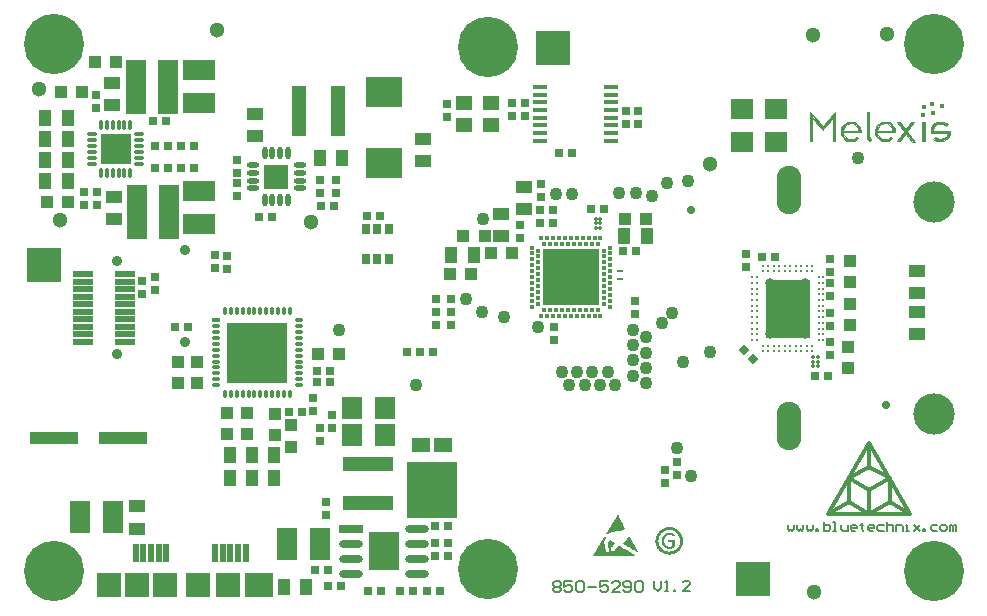
<source format=gts>
G04*
G04 #@! TF.GenerationSoftware,Altium Limited,Altium Designer,18.1.6 (161)*
G04*
G04 Layer_Color=8388736*
%FSLAX44Y44*%
%MOMM*%
G71*
G01*
G75*
%ADD11C,0.3000*%
%ADD12C,0.2000*%
%ADD69C,0.1016*%
%ADD70R,0.5000X0.2000*%
%ADD71R,3.0000X3.0000*%
%ADD72R,0.3302X0.3302*%
%ADD73R,2.5500X3.2500*%
%ADD74R,3.6958X5.0000*%
%ADD75R,0.7500X0.3500*%
%ADD76O,0.7500X0.3500*%
%ADD77O,0.3500X0.7500*%
%ADD78R,5.2000X5.2000*%
%ADD79R,0.7000X0.7000*%
%ADD80R,1.0000X1.1000*%
G04:AMPARAMS|DCode=81|XSize=0.4mm|YSize=0.4mm|CornerRadius=0.125mm|HoleSize=0mm|Usage=FLASHONLY|Rotation=90.000|XOffset=0mm|YOffset=0mm|HoleType=Round|Shape=RoundedRectangle|*
%AMROUNDEDRECTD81*
21,1,0.4000,0.1500,0,0,90.0*
21,1,0.1500,0.4000,0,0,90.0*
1,1,0.2500,0.0750,0.0750*
1,1,0.2500,0.0750,-0.0750*
1,1,0.2500,-0.0750,-0.0750*
1,1,0.2500,-0.0750,0.0750*
%
%ADD81ROUNDEDRECTD81*%
%ADD82R,4.7000X4.7000*%
%ADD83R,1.1000X1.0000*%
%ADD84R,1.4000X1.1000*%
%ADD85C,1.1000*%
%ADD86R,0.7000X0.7000*%
%ADD87R,1.1000X1.4000*%
%ADD88R,1.7000X1.9000*%
%ADD89C,0.3500*%
%ADD90R,1.3000X0.4000*%
%ADD91R,2.8000X1.7000*%
%ADD92R,1.7000X4.6000*%
%ADD93R,1.9000X1.7000*%
%ADD94R,1.3000X4.3000*%
%ADD95R,2.0500X2.0500*%
%ADD96O,0.4500X1.1000*%
%ADD97O,1.1000X0.4500*%
%ADD98R,2.5000X2.5000*%
%ADD99O,0.9000X0.3500*%
%ADD100O,0.3500X0.9000*%
%ADD101R,3.1000X2.5000*%
%ADD102R,1.4000X1.2000*%
%ADD103R,4.1000X1.1000*%
%ADD104R,1.5500X1.2500*%
%ADD105R,4.2500X4.7500*%
%ADD106R,1.7000X2.8000*%
%ADD107C,0.2800*%
%ADD108R,4.3000X1.3000*%
%ADD109R,2.0000X0.7000*%
%ADD110O,2.0000X0.7000*%
%ADD111R,0.7000X0.9000*%
%ADD112C,0.3000*%
%ADD113P,0.9900X4X360.0*%
%ADD114R,2.0000X2.0000*%
%ADD115R,0.5000X1.5000*%
%ADD116R,2.4000X2.0000*%
%ADD117R,1.7000X0.5000*%
%ADD118R,1.7000X0.5000*%
%ADD119C,3.5000*%
%ADD120C,0.9000*%
%ADD121C,1.3000*%
%ADD122C,0.8000*%
%ADD123C,5.1000*%
%ADD124C,0.7000*%
%ADD125O,2.1000X4.1000*%
%ADD126C,0.5500*%
G36*
X505490Y74962D02*
X505536Y74916D01*
X505582Y74824D01*
X505674Y74641D01*
X505811Y74366D01*
X505994Y74000D01*
X506223Y73541D01*
X506544Y72946D01*
X506911Y72167D01*
X507369Y71250D01*
X507644Y70746D01*
X507965Y70196D01*
X508285Y69555D01*
X508606Y68868D01*
X508973Y68180D01*
X509385Y67401D01*
X509843Y66531D01*
X510302Y65660D01*
X510760Y64698D01*
X511310Y63690D01*
Y63644D01*
X511264Y63552D01*
X511172Y63415D01*
X511035Y63232D01*
X510897Y62957D01*
X510622Y62727D01*
X510347Y62453D01*
X509981Y62178D01*
X509523Y61857D01*
X509019Y61582D01*
X508377Y61353D01*
X507644Y61124D01*
X506819Y60895D01*
X505903Y60757D01*
X504849Y60665D01*
X503657Y60620D01*
X503199D01*
X502878Y60574D01*
X502512Y60528D01*
X502054Y60482D01*
X501595Y60391D01*
X501046Y60299D01*
X499946Y59978D01*
X498800Y59520D01*
X498251Y59245D01*
X497747Y58924D01*
X497242Y58512D01*
X496830Y58054D01*
X496784Y58099D01*
X496647Y58191D01*
X496464Y58283D01*
X496234Y58466D01*
X495730Y58787D01*
X495547Y58970D01*
X495410Y59108D01*
X495455Y59153D01*
X495501Y59291D01*
X495639Y59474D01*
X495822Y59795D01*
X496051Y60116D01*
X496280Y60574D01*
X496601Y61032D01*
X496922Y61536D01*
X497288Y62132D01*
X497655Y62727D01*
X498480Y64056D01*
X499350Y65477D01*
X500267Y66943D01*
X501183Y68409D01*
X502054Y69876D01*
X502878Y71205D01*
X503612Y72396D01*
X503978Y72946D01*
X504253Y73450D01*
X504528Y73862D01*
X504757Y74229D01*
X504986Y74549D01*
X505124Y74779D01*
X505215Y74962D01*
X505261Y75008D01*
X505490D01*
Y74962D01*
D02*
G37*
G36*
X522215Y43162D02*
X522169D01*
X522124Y43116D01*
X522078Y43024D01*
X522032D01*
X521940Y43116D01*
X521803Y43208D01*
X521574Y43299D01*
X521299Y43482D01*
X520978Y43666D01*
X520199Y44078D01*
X519328Y44628D01*
X518275Y45224D01*
X517175Y45865D01*
X516029Y46507D01*
X514884Y47194D01*
X513784Y47835D01*
X512684Y48477D01*
X511676Y49073D01*
X510852Y49577D01*
X510439Y49852D01*
X510118Y50035D01*
X509843Y50218D01*
X509614Y50356D01*
X509431Y50493D01*
X509294Y50585D01*
Y50905D01*
X511493Y52693D01*
X511539Y52738D01*
X511676Y52876D01*
X511860Y53105D01*
X512089Y53426D01*
X512409Y53838D01*
X512776Y54342D01*
X513188Y54984D01*
X513601Y55671D01*
X515113Y56129D01*
X522215Y43162D01*
D02*
G37*
G36*
X493943Y56312D02*
X494081Y56267D01*
X494264Y56129D01*
X494493Y55992D01*
X494951Y55717D01*
X495135Y55579D01*
X495226Y55442D01*
X495181Y55350D01*
X495043Y55121D01*
X494860Y54755D01*
X494631Y54250D01*
X494402Y53655D01*
X494127Y53013D01*
X493898Y52326D01*
X493714Y51639D01*
Y51547D01*
Y51410D01*
Y51272D01*
X493760Y51043D01*
X493806Y50768D01*
Y50447D01*
X493898Y50127D01*
X493943Y49714D01*
X494035Y49256D01*
X494127Y48752D01*
X494264Y48202D01*
X494447Y47652D01*
X494585Y47011D01*
X495043Y45590D01*
X495410Y44170D01*
Y44124D01*
X495455Y44032D01*
X495501Y43849D01*
X495593Y43666D01*
X495776Y43345D01*
X495868Y43208D01*
X495959Y43162D01*
X496830Y42841D01*
X497288D01*
X497334Y42887D01*
X497472Y42933D01*
X497563Y43070D01*
X497701Y43253D01*
X497838Y43574D01*
X497930Y43987D01*
X497976Y44536D01*
Y44765D01*
Y44857D01*
Y45040D01*
X497930Y45361D01*
X497884Y45774D01*
X497747Y46186D01*
X497609Y46644D01*
X497380Y47056D01*
X497059Y47423D01*
Y47469D01*
X497105Y47606D01*
Y47790D01*
X497151Y48019D01*
X497197Y48523D01*
X497242Y48752D01*
Y48935D01*
Y49073D01*
Y49118D01*
Y49256D01*
X497197Y49439D01*
Y49714D01*
X497105Y50035D01*
X497013Y50402D01*
X496876Y50814D01*
X496693Y51272D01*
X496784Y51318D01*
X496968Y51501D01*
X497242Y51776D01*
X497563Y52097D01*
X497930Y52463D01*
X498205Y52876D01*
X498434Y53242D01*
X498571Y53563D01*
X498709D01*
X498800Y53471D01*
X498892Y53380D01*
X499075Y53242D01*
X499579Y52876D01*
X500175Y52418D01*
X500862Y51959D01*
X501550Y51547D01*
X502283Y51181D01*
X502970Y50905D01*
Y50768D01*
X502924Y50676D01*
X502787Y50539D01*
X502558Y50264D01*
X502374Y50081D01*
X502145Y49852D01*
X501870Y49531D01*
X501550Y49210D01*
X501183Y48844D01*
X500725Y48385D01*
X500221Y47881D01*
X499625Y47332D01*
Y47286D01*
X499579Y47194D01*
X499534Y47011D01*
X499442Y46827D01*
X499304Y46415D01*
X499259Y46232D01*
Y46048D01*
Y44674D01*
Y44628D01*
X499304Y44536D01*
X499350Y44490D01*
X499717Y43987D01*
X500083Y43712D01*
X500587D01*
X500771Y43757D01*
X501046Y43849D01*
X501366Y43987D01*
X501687Y44124D01*
X502008Y44307D01*
X502329Y44490D01*
X502512Y44765D01*
X503062Y45590D01*
Y45636D01*
X503108Y45682D01*
X503337Y45957D01*
X503612Y46369D01*
X504024Y46873D01*
X504482Y47377D01*
X505032Y47973D01*
X505674Y48477D01*
X506315Y48935D01*
X506361Y48889D01*
X506453Y48844D01*
X506682Y48706D01*
X506911Y48569D01*
X507231Y48385D01*
X507598Y48156D01*
X508010Y47881D01*
X508515Y47561D01*
X509568Y46919D01*
X510760Y46186D01*
X511997Y45407D01*
X513326Y44582D01*
X514609Y43757D01*
X515892Y42978D01*
X517083Y42245D01*
X518137Y41558D01*
X518595Y41283D01*
X519008Y41008D01*
X519420Y40779D01*
X519741Y40550D01*
X519970Y40367D01*
X520153Y40275D01*
X520291Y40183D01*
X520336Y40138D01*
Y40046D01*
X484183D01*
X484092Y40092D01*
X484000Y40138D01*
X483954Y40275D01*
X493806Y56358D01*
X493898D01*
X493943Y56312D01*
D02*
G37*
G36*
X549561Y64479D02*
X549996Y64431D01*
X550479Y64334D01*
X551010Y64237D01*
X551590Y64093D01*
X552266Y63899D01*
X552894Y63706D01*
X553619Y63416D01*
X554295Y63078D01*
X555020Y62691D01*
X555696Y62208D01*
X556373Y61725D01*
X557049Y61097D01*
X557097Y61049D01*
X557194Y60952D01*
X557387Y60759D01*
X557580Y60469D01*
X557822Y60131D01*
X558112Y59745D01*
X558450Y59310D01*
X558788Y58778D01*
X559078Y58199D01*
X559416Y57571D01*
X559706Y56894D01*
X559948Y56170D01*
X560141Y55348D01*
X560334Y54527D01*
X560431Y53706D01*
X560479Y52788D01*
Y52740D01*
Y52595D01*
Y52305D01*
X560431Y51967D01*
X560382Y51532D01*
X560286Y51049D01*
X560189Y50517D01*
X560044Y49889D01*
X559851Y49261D01*
X559658Y48585D01*
X559368Y47908D01*
X559030Y47184D01*
X558643Y46459D01*
X558160Y45783D01*
X557677Y45106D01*
X557049Y44430D01*
X557001Y44382D01*
X556904Y44285D01*
X556711Y44140D01*
X556421Y43899D01*
X556083Y43657D01*
X555696Y43367D01*
X555261Y43077D01*
X554730Y42739D01*
X554150Y42449D01*
X553522Y42111D01*
X552846Y41821D01*
X552121Y41580D01*
X551300Y41338D01*
X550479Y41193D01*
X549657Y41097D01*
X548740Y41048D01*
X548256D01*
X547918Y41097D01*
X547483Y41145D01*
X547000Y41241D01*
X546469Y41338D01*
X545889Y41483D01*
X545213Y41628D01*
X544585Y41870D01*
X543860Y42160D01*
X543184Y42498D01*
X542459Y42884D01*
X541783Y43319D01*
X541106Y43850D01*
X540430Y44430D01*
X540382Y44478D01*
X540285Y44575D01*
X540092Y44768D01*
X539899Y45058D01*
X539657Y45396D01*
X539367Y45783D01*
X539029Y46218D01*
X538739Y46749D01*
X538401Y47329D01*
X538063Y47957D01*
X537773Y48681D01*
X537531Y49406D01*
X537338Y50179D01*
X537145Y51000D01*
X537048Y51870D01*
X537000Y52788D01*
Y52836D01*
Y53029D01*
Y53271D01*
X537048Y53609D01*
X537097Y54044D01*
X537193Y54527D01*
X537290Y55058D01*
X537435Y55638D01*
X537628Y56315D01*
X537821Y56943D01*
X538111Y57667D01*
X538449Y58344D01*
X538836Y59068D01*
X539319Y59745D01*
X539850Y60421D01*
X540430Y61097D01*
X540478Y61146D01*
X540575Y61242D01*
X540768Y61435D01*
X541058Y61629D01*
X541396Y61870D01*
X541783Y62160D01*
X542218Y62498D01*
X542749Y62836D01*
X543329Y63126D01*
X543957Y63464D01*
X544633Y63754D01*
X545406Y63996D01*
X546179Y64189D01*
X547000Y64382D01*
X547822Y64479D01*
X548740Y64527D01*
X549223D01*
X549561Y64479D01*
D02*
G37*
%LPC*%
G36*
X548740Y61967D02*
X548353D01*
X548111Y61919D01*
X547773Y61870D01*
X547387Y61822D01*
X546517Y61629D01*
X545454Y61290D01*
X544392Y60807D01*
X543812Y60518D01*
X543280Y60179D01*
X542749Y59745D01*
X542218Y59261D01*
X542169Y59213D01*
X542121Y59117D01*
X541976Y58972D01*
X541783Y58778D01*
X541590Y58537D01*
X541396Y58199D01*
X541155Y57860D01*
X540913Y57426D01*
X540382Y56508D01*
X539995Y55397D01*
X539657Y54141D01*
X539609Y53464D01*
X539561Y52788D01*
Y52740D01*
Y52643D01*
Y52401D01*
X539609Y52160D01*
X539657Y51822D01*
X539705Y51435D01*
X539899Y50566D01*
X540188Y49503D01*
X540672Y48440D01*
X541010Y47860D01*
X541348Y47329D01*
X541735Y46797D01*
X542218Y46266D01*
X542266Y46218D01*
X542363Y46169D01*
X542507Y46024D01*
X542701Y45831D01*
X542942Y45638D01*
X543280Y45445D01*
X543619Y45203D01*
X544053Y44962D01*
X545020Y44430D01*
X546131Y44044D01*
X547387Y43705D01*
X548015Y43657D01*
X548740Y43609D01*
X549126D01*
X549368Y43657D01*
X549706Y43705D01*
X550092Y43754D01*
X550962Y43947D01*
X551976Y44237D01*
X553088Y44720D01*
X553619Y45058D01*
X554150Y45396D01*
X554682Y45783D01*
X555213Y46266D01*
X555261Y46314D01*
X555310Y46411D01*
X555455Y46556D01*
X555648Y46749D01*
X555841Y46990D01*
X556083Y47329D01*
X556324Y47667D01*
X556566Y48102D01*
X557049Y49068D01*
X557484Y50179D01*
X557822Y51435D01*
X557870Y52063D01*
X557919Y52788D01*
Y52836D01*
Y52933D01*
Y53174D01*
X557870Y53416D01*
X557822Y53754D01*
X557774Y54141D01*
X557580Y55010D01*
X557242Y56025D01*
X556759Y57087D01*
X556469Y57667D01*
X556131Y58199D01*
X555696Y58730D01*
X555213Y59261D01*
X555165Y59310D01*
X555117Y59358D01*
X554923Y59503D01*
X554730Y59696D01*
X554488Y59889D01*
X554150Y60131D01*
X553812Y60373D01*
X553426Y60614D01*
X552459Y61097D01*
X551348Y61532D01*
X550092Y61870D01*
X549464Y61919D01*
X548740Y61967D01*
D02*
G37*
%LPD*%
G36*
X549947Y59406D02*
X550479Y59310D01*
X550624D01*
X550914Y59261D01*
X551300Y59165D01*
X551735Y59020D01*
X551783D01*
X551831Y58972D01*
X552025Y58923D01*
X552314Y58778D01*
X552556Y58633D01*
X552604D01*
X552749Y58537D01*
X552894Y58440D01*
X553039Y58344D01*
X553088D01*
X553136Y58247D01*
X553232Y58005D01*
Y57957D01*
X553281Y57860D01*
Y57716D01*
Y57426D01*
Y57377D01*
Y57329D01*
X553232Y57039D01*
Y56991D01*
Y56943D01*
X553184Y56749D01*
Y56701D01*
X553088Y56604D01*
X553039D01*
X552943Y56556D01*
X552894D01*
X552846Y56604D01*
X552701Y56653D01*
X552508Y56749D01*
X552459Y56798D01*
X552314Y56894D01*
X552073Y56991D01*
X551735Y57136D01*
X551638Y57184D01*
X551397Y57281D01*
X551058Y57426D01*
X550575Y57522D01*
X550527D01*
X550479Y57571D01*
X550334D01*
X550140Y57619D01*
X549657Y57667D01*
X548981Y57716D01*
X548595D01*
X548353Y57667D01*
X547725Y57571D01*
X547049Y57329D01*
X547000D01*
X546904Y57281D01*
X546759Y57184D01*
X546566Y57087D01*
X546131Y56798D01*
X545648Y56363D01*
Y56315D01*
X545551Y56266D01*
X545454Y56121D01*
X545309Y55928D01*
X545020Y55445D01*
X544730Y54817D01*
Y54769D01*
X544681Y54672D01*
X544633Y54479D01*
X544585Y54237D01*
X544537Y53899D01*
X544488Y53561D01*
X544440Y52788D01*
Y52740D01*
Y52595D01*
Y52353D01*
X544488Y52063D01*
X544585Y51387D01*
X544778Y50662D01*
Y50614D01*
X544826Y50517D01*
X544923Y50324D01*
X545020Y50131D01*
X545309Y49599D01*
X545696Y49068D01*
X545744Y49020D01*
X545793Y48971D01*
X545938Y48875D01*
X546131Y48730D01*
X546566Y48391D01*
X547145Y48102D01*
X547194D01*
X547290Y48053D01*
X547483Y48005D01*
X547677Y47957D01*
X548256Y47860D01*
X548981Y47812D01*
X549368D01*
X549706Y47860D01*
X550140Y47957D01*
X550189D01*
X550237Y48005D01*
X550479Y48053D01*
X550817Y48198D01*
X551203Y48343D01*
Y51870D01*
X548160D01*
X548111Y51918D01*
X548063Y52015D01*
Y52063D01*
X548015Y52112D01*
X547966Y52305D01*
Y52353D01*
Y52401D01*
Y52691D01*
Y52740D01*
Y52788D01*
Y53029D01*
Y53078D01*
X548015Y53126D01*
Y53223D01*
X548063Y53271D01*
X548111Y53319D01*
X548160Y53416D01*
X548208Y53464D01*
X552798D01*
X552943Y53416D01*
X553088Y53319D01*
X553136Y53271D01*
X553184Y53174D01*
X553232Y53029D01*
X553281Y52740D01*
Y47667D01*
Y47619D01*
Y47522D01*
X553184Y47232D01*
Y47184D01*
X553136Y47136D01*
X553039Y47039D01*
X552846Y46990D01*
X552798Y46942D01*
X552604Y46894D01*
X552314Y46749D01*
X551976Y46604D01*
X551880D01*
X551687Y46507D01*
X551348Y46411D01*
X550962Y46314D01*
X550865D01*
X550672Y46266D01*
X550334Y46218D01*
X549947Y46121D01*
X549609D01*
X549271Y46073D01*
X548643D01*
X548353Y46121D01*
X547966D01*
X547532Y46169D01*
X547097Y46266D01*
X546131Y46556D01*
X546082D01*
X545938Y46652D01*
X545696Y46749D01*
X545406Y46894D01*
X544730Y47329D01*
X544005Y47860D01*
X543957Y47908D01*
X543860Y48005D01*
X543715Y48198D01*
X543522Y48440D01*
X543329Y48730D01*
X543087Y49116D01*
X542701Y49938D01*
Y49986D01*
X542652Y50131D01*
X542556Y50421D01*
X542507Y50759D01*
X542411Y51145D01*
X542314Y51628D01*
X542266Y52112D01*
Y52691D01*
Y52740D01*
Y52933D01*
X542314Y53223D01*
Y53609D01*
X542363Y54044D01*
X542459Y54479D01*
X542749Y55445D01*
X542797Y55493D01*
X542846Y55686D01*
X542942Y55928D01*
X543135Y56218D01*
X543570Y56894D01*
X544150Y57619D01*
X544198Y57667D01*
X544295Y57764D01*
X544488Y57957D01*
X544730Y58150D01*
X545020Y58344D01*
X545406Y58585D01*
X546227Y58972D01*
X546276D01*
X546421Y59068D01*
X546711Y59117D01*
X547049Y59213D01*
X547435Y59310D01*
X547918Y59358D01*
X548401Y59455D01*
X549464D01*
X549947Y59406D01*
D02*
G37*
D11*
X718000Y95500D02*
X735321Y105500D01*
X718000Y75500D02*
Y95500D01*
X700679Y105500D02*
X718000Y95500D01*
X700679Y85500D02*
X718000Y75500D01*
Y115500D02*
X735321Y105500D01*
X700679D02*
X718000Y115500D01*
X683359Y75500D02*
X700679Y85500D01*
X718000Y75500D02*
X735321Y85500D01*
X752641Y75500D01*
X718000Y115500D02*
Y135500D01*
X700679Y85500D02*
Y105500D01*
X735321Y85500D02*
Y105500D01*
X718000Y135500D02*
X752641Y75500D01*
X683359D02*
X752641D01*
X683359D02*
X718000Y135500D01*
D12*
X649000Y66332D02*
Y62333D01*
X650333Y61000D01*
X651666Y62333D01*
X652999Y61000D01*
X654332Y62333D01*
Y66332D01*
X656997D02*
Y62333D01*
X658330Y61000D01*
X659663Y62333D01*
X660996Y61000D01*
X662329Y62333D01*
Y66332D01*
X664995D02*
Y62333D01*
X666328Y61000D01*
X667661Y62333D01*
X668994Y61000D01*
X670326Y62333D01*
Y66332D01*
X672992Y61000D02*
Y62333D01*
X674325D01*
Y61000D01*
X672992D01*
X679657Y68997D02*
Y61000D01*
X683655D01*
X684988Y62333D01*
Y63666D01*
Y64999D01*
X683655Y66332D01*
X679657D01*
X687654Y61000D02*
X690320D01*
X688987D01*
Y68997D01*
X687654D01*
X694319Y66332D02*
Y62333D01*
X695652Y61000D01*
X699650D01*
Y66332D01*
X706315Y61000D02*
X703649D01*
X702316Y62333D01*
Y64999D01*
X703649Y66332D01*
X706315D01*
X707648Y64999D01*
Y63666D01*
X702316D01*
X711646Y67664D02*
Y66332D01*
X710314D01*
X712979D01*
X711646D01*
Y62333D01*
X712979Y61000D01*
X720977D02*
X718311D01*
X716978Y62333D01*
Y64999D01*
X718311Y66332D01*
X720977D01*
X722310Y64999D01*
Y63666D01*
X716978D01*
X730307Y66332D02*
X726308D01*
X724976Y64999D01*
Y62333D01*
X726308Y61000D01*
X730307D01*
X732973Y68997D02*
Y61000D01*
Y64999D01*
X734306Y66332D01*
X736972D01*
X738305Y64999D01*
Y61000D01*
X740970D02*
Y66332D01*
X744969D01*
X746302Y64999D01*
Y61000D01*
X748968D02*
X751634D01*
X750301D01*
Y66332D01*
X748968D01*
X755632D02*
X760964Y61000D01*
X758298Y63666D01*
X760964Y66332D01*
X755632Y61000D01*
X763630D02*
Y62333D01*
X764963D01*
Y61000D01*
X763630D01*
X775626Y66332D02*
X771627D01*
X770294Y64999D01*
Y62333D01*
X771627Y61000D01*
X775626D01*
X779625D02*
X782290D01*
X783623Y62333D01*
Y64999D01*
X782290Y66332D01*
X779625D01*
X778292Y64999D01*
Y62333D01*
X779625Y61000D01*
X786289D02*
Y66332D01*
X787622D01*
X788955Y64999D01*
Y61000D01*
Y64999D01*
X790288Y66332D01*
X791621Y64999D01*
Y61000D01*
X450000Y17331D02*
X451666Y18997D01*
X454998D01*
X456665Y17331D01*
Y15664D01*
X454998Y13998D01*
X456665Y12332D01*
Y10666D01*
X454998Y9000D01*
X451666D01*
X450000Y10666D01*
Y12332D01*
X451666Y13998D01*
X450000Y15664D01*
Y17331D01*
X451666Y13998D02*
X454998D01*
X466661Y18997D02*
X459997D01*
Y13998D01*
X463329Y15664D01*
X464995D01*
X466661Y13998D01*
Y10666D01*
X464995Y9000D01*
X461663D01*
X459997Y10666D01*
X469994Y17331D02*
X471660Y18997D01*
X474992D01*
X476658Y17331D01*
Y10666D01*
X474992Y9000D01*
X471660D01*
X469994Y10666D01*
Y17331D01*
X479990Y13998D02*
X486655D01*
X496652Y18997D02*
X489987D01*
Y13998D01*
X493319Y15664D01*
X494986D01*
X496652Y13998D01*
Y10666D01*
X494986Y9000D01*
X491653D01*
X489987Y10666D01*
X506648Y9000D02*
X499984D01*
X506648Y15664D01*
Y17331D01*
X504982Y18997D01*
X501650D01*
X499984Y17331D01*
X509981Y10666D02*
X511647Y9000D01*
X514979D01*
X516645Y10666D01*
Y17331D01*
X514979Y18997D01*
X511647D01*
X509981Y17331D01*
Y15664D01*
X511647Y13998D01*
X516645D01*
X519977Y17331D02*
X521644Y18997D01*
X524976D01*
X526642Y17331D01*
Y10666D01*
X524976Y9000D01*
X521644D01*
X519977Y10666D01*
Y17331D01*
X536000Y18997D02*
Y12999D01*
X538999Y10000D01*
X541998Y12999D01*
Y18997D01*
X544997Y10000D02*
X547996D01*
X546497D01*
Y18997D01*
X544997Y17498D01*
X552495Y10000D02*
Y11500D01*
X553994D01*
Y10000D01*
X552495D01*
X565990D02*
X559992D01*
X565990Y15998D01*
Y17498D01*
X564491Y18997D01*
X561492D01*
X559992Y17498D01*
D69*
X669120Y390856D02*
X669882D01*
Y410414D01*
X670390D01*
X670644Y410160D01*
X678518Y402794D01*
X687408Y410414D01*
X678772Y401016D02*
X687408Y410414D01*
X678518Y400508D02*
X678772Y401016D01*
X670390Y409652D02*
X678518Y400508D01*
X670390Y409652D02*
Y409906D01*
X669882Y410922D02*
X670390Y409906D01*
X669628Y410668D02*
X669882Y410922D01*
X669628Y410668D02*
X678518Y401270D01*
X687662Y411176D01*
Y391110D02*
Y411176D01*
Y391110D02*
X688170D01*
Y390856D02*
Y391110D01*
X687408Y390856D02*
X688170D01*
X687408D02*
Y412700D01*
X688170D01*
X678518Y402032D02*
X688170Y412700D01*
X669628Y411684D02*
X678518Y402032D01*
X669374Y411684D02*
X669628D01*
X669374D02*
Y412700D01*
X669628D01*
Y390856D02*
Y412700D01*
X668866Y390856D02*
X669628D01*
X668866D02*
Y391364D01*
X668104D02*
X668866D01*
X668104Y390856D02*
Y391364D01*
Y390856D02*
X668866D01*
Y413970D01*
X668612D02*
X668866D01*
X668612D02*
X678518Y403048D01*
X688170Y413716D01*
Y390856D02*
Y413716D01*
Y390856D02*
X688932D01*
Y415494D01*
X678518Y403810D02*
X688932Y415494D01*
X668104D02*
X678518Y403810D01*
X668104Y390856D02*
Y415494D01*
X723984Y396698D02*
X724238Y396444D01*
X725000Y395428D01*
X725508Y394666D01*
X726016Y394412D01*
X726778Y393650D01*
X727794Y392888D01*
X729064Y392380D01*
X730334Y392126D01*
X733128Y392380D01*
X735160Y393142D01*
X735922Y393904D01*
X736430Y393396D01*
X735922Y392888D02*
X736430Y393396D01*
X734906Y392380D02*
X735922Y392888D01*
X733890Y392126D02*
X734906Y392380D01*
X733128Y391618D02*
X733890Y392126D01*
X730080Y391618D02*
X733128D01*
X729318Y391872D02*
X730080Y391618D01*
X728302Y392126D02*
X729318Y391872D01*
X727032Y392888D02*
X728302Y392126D01*
X725508Y393904D02*
X727032Y392888D01*
X724746Y394920D02*
X725508Y393904D01*
X724492Y394920D02*
X724746D01*
X723984Y395682D02*
X724492Y394920D01*
X723984Y395682D02*
X725000Y395936D01*
X723984Y396698D02*
X725000Y395936D01*
X723476Y397460D02*
X723984Y396698D01*
X723476Y397460D02*
X723730Y397714D01*
X725000Y396444D01*
X724492Y397714D02*
X725000Y396444D01*
X723984Y398476D02*
X724492Y397714D01*
X723730Y400000D02*
X723984Y398476D01*
X723730Y400000D02*
Y401524D01*
X724238Y402540D01*
X724746Y403810D01*
X725508Y404826D01*
X726270Y405334D01*
X727286Y406350D01*
X728556Y406604D01*
X730080Y407112D01*
X733636D01*
X734144Y406604D01*
X735414Y406096D01*
X736176Y405334D01*
X737700Y404064D01*
X737954Y403556D01*
X738462Y402286D01*
X738970Y401270D01*
X739224Y400254D01*
X738970Y399492D02*
X739224Y400254D01*
X738462Y400000D02*
X738970Y399492D01*
X738462Y400000D02*
Y400508D01*
X738208Y401778D02*
X738462Y400508D01*
X737192Y403810D02*
X738208Y401778D01*
X736684Y404572D02*
X737192Y403810D01*
X735414Y405588D02*
X736684Y404572D01*
X734398Y406096D02*
X735414Y405588D01*
X733128Y406604D02*
X734398Y406096D01*
X731858Y406858D02*
X733128Y406604D01*
X730588Y406858D02*
X731858D01*
X729826Y406604D02*
X730588Y406858D01*
X728302Y406350D02*
X729826Y406604D01*
X727540Y405588D02*
X728302Y406350D01*
X726524Y405080D02*
X727540Y405588D01*
X726016Y404318D02*
X726524Y405080D01*
X725254Y403302D02*
X726016Y404318D01*
X724492Y401778D02*
X725254Y403302D01*
X724238Y400508D02*
X724492Y401778D01*
X724238Y400508D02*
X724492Y399492D01*
X725254Y398730D01*
X724746D02*
X725254D01*
X724746D02*
Y399238D01*
X737192D01*
X737446Y398984D01*
X738716D01*
X737954Y399492D02*
X738716Y398984D01*
X737446Y400000D02*
X737954Y399492D01*
X725000Y400000D02*
X737446D01*
X725000D02*
Y400508D01*
X725254Y401524D01*
X726524Y404064D01*
X727540Y404826D01*
X728302Y405588D01*
X729572Y405842D01*
X730588Y406096D01*
X732874D01*
X734906Y405080D01*
X735922Y404318D01*
X736684Y403556D01*
X737446Y402286D01*
X737700Y401016D01*
Y400000D02*
Y401016D01*
Y400000D02*
X738970Y399238D01*
X739732Y398476D01*
X725762D02*
X739732D01*
X725000Y398222D02*
X725762Y398476D01*
X725000Y397460D02*
Y398222D01*
Y397460D02*
X725254Y396444D01*
X725762Y395936D01*
X725254Y396190D02*
X725762Y395936D01*
X725254Y396190D02*
X727032Y394412D01*
X728048Y393650D01*
X728810Y393142D01*
X728556D02*
X728810D01*
X728556D02*
X729826Y392888D01*
X730842Y392634D01*
X732874D01*
X733890Y392888D01*
X734906Y393650D01*
X735922Y394666D01*
X737192Y393396D01*
X736684Y392888D02*
X737192Y393396D01*
X735922Y392380D02*
X736684Y392888D01*
X734652Y391618D02*
X735922Y392380D01*
X733128Y391110D02*
X734652Y391618D01*
X731858Y390856D02*
X733128Y391110D01*
X730334Y390856D02*
X731858D01*
X729064Y391110D02*
X730334Y390856D01*
X728048Y391618D02*
X729064Y391110D01*
X726778Y392380D02*
X728048Y391618D01*
X725254Y393396D02*
X726778Y392380D01*
X723730Y395174D02*
X725254Y393396D01*
X723222Y396698D02*
X723730Y395174D01*
X722968Y397714D02*
X723222Y396698D01*
X722968Y397714D02*
Y400762D01*
X723476Y402540D01*
X723984Y403810D01*
X725000Y405080D01*
X727032Y406604D01*
X728048Y407112D01*
X729318Y407366D01*
X730334Y407620D01*
X733382D01*
X734906Y407112D01*
X736176Y406350D01*
X738462Y404064D01*
X738970Y403048D01*
X739478Y401778D01*
X739732Y400254D01*
Y398476D02*
Y400254D01*
X695028Y396698D02*
X695282Y396444D01*
X696044Y395428D01*
X696552Y394666D01*
X697060Y394412D01*
X697822Y393650D01*
X698838Y392888D01*
X700108Y392380D01*
X701378Y392126D01*
X704172Y392380D01*
X706204Y393142D01*
X706966Y393904D01*
X707474Y393396D01*
X706966Y392888D02*
X707474Y393396D01*
X705950Y392380D02*
X706966Y392888D01*
X704934Y392126D02*
X705950Y392380D01*
X704172Y391618D02*
X704934Y392126D01*
X701124Y391618D02*
X704172D01*
X700362Y391872D02*
X701124Y391618D01*
X699346Y392126D02*
X700362Y391872D01*
X698076Y392888D02*
X699346Y392126D01*
X696552Y393904D02*
X698076Y392888D01*
X695790Y394920D02*
X696552Y393904D01*
X695536Y394920D02*
X695790D01*
X695028Y395682D02*
X695536Y394920D01*
X695028Y395682D02*
X696044Y395936D01*
X695028Y396698D02*
X696044Y395936D01*
X694520Y397460D02*
X695028Y396698D01*
X694520Y397460D02*
X694774Y397714D01*
X696044Y396444D01*
X695536Y397714D02*
X696044Y396444D01*
X695028Y398476D02*
X695536Y397714D01*
X694774Y400000D02*
X695028Y398476D01*
X694774Y400000D02*
Y401524D01*
X695282Y402540D01*
X695790Y403810D01*
X696552Y404826D01*
X697314Y405334D01*
X698330Y406350D01*
X699600Y406604D01*
X701124Y407112D01*
X704680D01*
X705188Y406604D01*
X706458Y406096D01*
X707220Y405334D01*
X708744Y404064D01*
X708998Y403556D01*
X709506Y402286D01*
X710014Y401270D01*
X710268Y400254D01*
X710014Y399492D02*
X710268Y400254D01*
X709506Y400000D02*
X710014Y399492D01*
X709506Y400000D02*
Y400508D01*
X709252Y401778D02*
X709506Y400508D01*
X708236Y403810D02*
X709252Y401778D01*
X707728Y404572D02*
X708236Y403810D01*
X706458Y405588D02*
X707728Y404572D01*
X705442Y406096D02*
X706458Y405588D01*
X704172Y406604D02*
X705442Y406096D01*
X702902Y406858D02*
X704172Y406604D01*
X701632Y406858D02*
X702902D01*
X700870Y406604D02*
X701632Y406858D01*
X699346Y406350D02*
X700870Y406604D01*
X698584Y405588D02*
X699346Y406350D01*
X697568Y405080D02*
X698584Y405588D01*
X697060Y404318D02*
X697568Y405080D01*
X696298Y403302D02*
X697060Y404318D01*
X695536Y401778D02*
X696298Y403302D01*
X695282Y400508D02*
X695536Y401778D01*
X695282Y400508D02*
X695536Y399492D01*
X696298Y398730D01*
X695790D02*
X696298D01*
X695790D02*
Y399238D01*
X708236D01*
X708490Y398984D01*
X709760D01*
X708998Y399492D02*
X709760Y398984D01*
X708490Y400000D02*
X708998Y399492D01*
X696044Y400000D02*
X708490D01*
X696044D02*
Y400508D01*
X696298Y401524D01*
X697568Y404064D01*
X698584Y404826D01*
X699346Y405588D01*
X700616Y405842D01*
X701632Y406096D01*
X703918D01*
X705950Y405080D01*
X706966Y404318D01*
X707728Y403556D01*
X708490Y402286D01*
X708744Y401016D01*
Y400000D02*
Y401016D01*
Y400000D02*
X710014Y399238D01*
X710776Y398476D01*
X696806D02*
X710776D01*
X696044Y398222D02*
X696806Y398476D01*
X696044Y397460D02*
Y398222D01*
Y397460D02*
X696298Y396444D01*
X696806Y395936D01*
X696298Y396190D02*
X696806Y395936D01*
X696298Y396190D02*
X698076Y394412D01*
X699092Y393650D01*
X699854Y393142D01*
X699600D02*
X699854D01*
X699600D02*
X700870Y392888D01*
X701886Y392634D01*
X703918D01*
X704934Y392888D01*
X705950Y393650D01*
X706966Y394666D01*
X708236Y393396D01*
X707728Y392888D02*
X708236Y393396D01*
X706966Y392380D02*
X707728Y392888D01*
X705696Y391618D02*
X706966Y392380D01*
X704172Y391110D02*
X705696Y391618D01*
X702902Y390856D02*
X704172Y391110D01*
X701378Y390856D02*
X702902D01*
X700108Y391110D02*
X701378Y390856D01*
X699092Y391618D02*
X700108Y391110D01*
X697822Y392380D02*
X699092Y391618D01*
X696298Y393396D02*
X697822Y392380D01*
X694774Y395174D02*
X696298Y393396D01*
X694266Y396698D02*
X694774Y395174D01*
X694012Y397714D02*
X694266Y396698D01*
X694012Y397714D02*
Y400762D01*
X694520Y402540D01*
X695028Y403810D01*
X696044Y405080D01*
X698076Y406604D01*
X699092Y407112D01*
X700362Y407366D01*
X701378Y407620D01*
X704426D01*
X705950Y407112D01*
X707220Y406350D01*
X709506Y404064D01*
X710014Y403048D01*
X710522Y401778D01*
X710776Y400254D01*
Y398476D02*
Y400254D01*
X717888Y392126D02*
X718142Y391618D01*
X717380Y392888D02*
X717888Y392126D01*
X716872Y393904D02*
X717380Y392888D01*
X716364Y394666D02*
X716872Y393904D01*
X716364Y394666D02*
Y415240D01*
X716872D01*
Y395428D02*
Y415240D01*
Y395428D02*
X717126Y394666D01*
X717634Y393650D01*
X718650Y392126D01*
X719158Y392634D01*
X719412Y392126D01*
X717888Y391110D02*
X719412Y392126D01*
X716872Y392380D02*
X717888Y391110D01*
X716110Y393650D02*
X716872Y392380D01*
X715856Y394666D02*
X716110Y393650D01*
X715856Y394666D02*
Y416002D01*
X717634D01*
Y395428D02*
Y416002D01*
Y395428D02*
X718396Y393904D01*
X719412Y392126D01*
X743288Y391364D02*
X755226Y407366D01*
X754464D02*
X755226D01*
X742526Y391364D02*
X754464Y407366D01*
X741510Y390856D02*
X742526Y391364D01*
X741510Y390856D02*
X743796D01*
X755988Y407620D01*
X753702D02*
X755988D01*
X741510Y390856D02*
X753702Y407620D01*
X743288Y407366D02*
X755734Y390856D01*
X754718Y391110D02*
X755734Y390856D01*
X742780Y407112D02*
X754718Y391110D01*
X741510Y407620D02*
X742780Y407112D01*
X741510Y407620D02*
X743796D01*
X756496Y390602D01*
X754210D02*
X756496D01*
X741510Y407620D02*
X754210Y390602D01*
X763862Y391110D02*
Y407366D01*
X763100Y391110D02*
X763862D01*
X763100Y390856D02*
Y391110D01*
Y390856D02*
X764624D01*
Y407620D01*
X763100D02*
X764624D01*
X763100Y390856D02*
Y407620D01*
X770720Y398984D02*
X784182D01*
X785706Y398730D01*
X785198Y399238D02*
X785706Y398730D01*
X784944Y398476D02*
X785198Y399238D01*
X784944Y397206D02*
Y398476D01*
X784182Y395428D02*
X784944Y397206D01*
X783674Y394666D02*
X784182Y395428D01*
X783674Y394666D02*
X784436D01*
X784690Y396444D01*
X784436Y395682D02*
X784690Y396444D01*
X783928Y394920D02*
X784436Y395682D01*
X782912Y394158D02*
X783928Y394920D01*
X781642Y393396D02*
X782912Y394158D01*
X780372Y392888D02*
X781642Y393396D01*
X777832Y392380D02*
X780372Y392888D01*
X776054Y392634D02*
X777832Y392380D01*
X774276Y393904D02*
X776054Y392634D01*
X774276Y393904D02*
X774784Y393142D01*
X774022Y393904D02*
X774784Y393142D01*
X773514Y394158D02*
X774022Y393904D01*
X773514Y393142D02*
Y394158D01*
Y393142D02*
X775546Y392126D01*
X777832Y391618D01*
X779610Y391872D01*
X782150Y392634D01*
X783928Y393904D01*
X785198Y395682D01*
X786214Y398222D01*
X785960Y398730D02*
X786214Y398222D01*
X785706Y397968D02*
X785960Y398730D01*
X785452Y396190D02*
X785706Y397968D01*
X785452Y396190D02*
X785706Y397206D01*
X785452Y397968D02*
X785706Y397206D01*
X785452Y397968D02*
X785960Y398730D01*
X786214Y399492D01*
X772244D02*
X786214D01*
X771736Y398984D02*
X772244Y399492D01*
X771736Y398984D02*
Y400254D01*
X770974Y398730D02*
X771736Y400254D01*
X770974Y398730D02*
X771228Y400000D01*
X771482Y401016D01*
X771736Y402286D01*
Y401270D02*
Y402286D01*
X771228Y401778D02*
X771736Y401270D01*
X771228Y401778D02*
X771736Y402794D01*
X772752Y403810D01*
X773768Y404572D01*
X772752Y403556D02*
X773768Y404572D01*
X771990Y403302D02*
X772752Y403556D01*
X771990Y403302D02*
X772752Y404572D01*
X773768Y404826D01*
X775546Y406096D01*
X778086Y406604D01*
X780372Y406350D01*
X781388Y406096D01*
X782658Y405334D01*
X783420Y404826D01*
X783928Y405334D01*
X783166Y405842D02*
X783928Y405334D01*
X782150Y406350D02*
X783166Y405842D01*
X780118Y406858D02*
X782150Y406350D01*
X775800Y406858D02*
X780118D01*
X773260Y405334D02*
X775800Y406858D01*
X772244Y404826D02*
X773260Y405334D01*
X771228Y403302D02*
X772244Y404826D01*
X770720Y400762D02*
X771228Y403302D01*
X770466Y398984D02*
X770720Y400762D01*
X769958Y398222D02*
X770466Y398984D01*
X769958Y398222D02*
X784182D01*
Y396698D02*
Y398222D01*
X783674Y395682D02*
X784182Y396698D01*
X783166Y394920D02*
X783674Y395682D01*
X782404Y394412D02*
X783166Y394920D01*
X781388Y393904D02*
X782404Y394412D01*
X780118Y393396D02*
X781388Y393904D01*
X779102Y393142D02*
X780118Y393396D01*
X777070Y393142D02*
X779102D01*
X775800Y393650D02*
X777070Y393142D01*
X774530Y394412D02*
X775800Y393650D01*
X773768Y394920D02*
X774530Y394412D01*
X772244Y393142D02*
X773768Y394920D01*
X772244Y393142D02*
X773260Y392380D01*
X775292Y391618D01*
X776816Y391110D01*
X779610D01*
X781134Y391618D01*
X783420Y392634D01*
X784690Y393904D01*
X785960Y395428D01*
X786468Y397206D01*
Y400000D01*
X772244D02*
X786468D01*
X772244D02*
Y401270D01*
X772498Y402286D01*
X773260Y403556D01*
X774530Y404826D01*
X775800Y405334D01*
X776816Y405842D01*
X779610D01*
X780626Y405588D01*
X781896Y405080D01*
X783420Y404064D01*
X784690Y405334D01*
X783674Y406096D02*
X784690Y405334D01*
X782404Y406858D02*
X783674Y406096D01*
X780880Y407366D02*
X782404Y406858D01*
X779610Y407620D02*
X780880Y407366D01*
X776816Y407620D02*
X779610D01*
X775546Y407366D02*
X776816Y407620D01*
X773514Y406350D02*
X775546Y407366D01*
X772244Y405334D02*
X773514Y406350D01*
X771228Y404318D02*
X772244Y405334D01*
X770466Y402794D02*
X771228Y404318D01*
X769958Y400254D02*
X770466Y402794D01*
X769958Y398222D02*
Y400254D01*
X667850Y415748D02*
X668104Y415494D01*
X667850Y390856D02*
Y415748D01*
Y390856D02*
X668612D01*
X689186Y415748D02*
X689440D01*
Y390856D02*
Y415748D01*
X688170Y390856D02*
X689440D01*
X763862D02*
X764878D01*
Y407620D01*
X762846D02*
X764878D01*
X762846Y390856D02*
Y407620D01*
Y390856D02*
X763354D01*
X716872Y395428D02*
Y415240D01*
X724492Y397714D02*
X725000Y396444D01*
X715856Y394666D02*
Y416002D01*
X716364Y394666D02*
Y415240D01*
X762846Y390856D02*
X763354D01*
X762846D02*
Y407620D01*
X764878D01*
Y390856D02*
Y407620D01*
X763862Y390856D02*
X764878D01*
X688170D02*
X689440D01*
Y415748D01*
X689186D02*
X689440D01*
X667850Y390856D02*
X668612D01*
X667850D02*
Y415748D01*
X668104Y415494D01*
X769958Y398222D02*
Y400254D01*
X770466Y402794D01*
X771228Y404318D01*
X772244Y405334D01*
X773514Y406350D01*
X775546Y407366D01*
X776816Y407620D01*
X779610D01*
X780880Y407366D01*
X782404Y406858D01*
X783674Y406096D01*
X784690Y405334D01*
X783420Y404064D02*
X784690Y405334D01*
X781896Y405080D02*
X783420Y404064D01*
X780626Y405588D02*
X781896Y405080D01*
X779610Y405842D02*
X780626Y405588D01*
X776816Y405842D02*
X779610D01*
X775800Y405334D02*
X776816Y405842D01*
X774530Y404826D02*
X775800Y405334D01*
X773260Y403556D02*
X774530Y404826D01*
X772498Y402286D02*
X773260Y403556D01*
X772244Y401270D02*
X772498Y402286D01*
X772244Y400000D02*
Y401270D01*
Y400000D02*
X786468D01*
Y397206D02*
Y400000D01*
X785960Y395428D02*
X786468Y397206D01*
X784690Y393904D02*
X785960Y395428D01*
X783420Y392634D02*
X784690Y393904D01*
X781134Y391618D02*
X783420Y392634D01*
X779610Y391110D02*
X781134Y391618D01*
X776816Y391110D02*
X779610D01*
X775292Y391618D02*
X776816Y391110D01*
X773260Y392380D02*
X775292Y391618D01*
X772244Y393142D02*
X773260Y392380D01*
X772244Y393142D02*
X773768Y394920D01*
X774530Y394412D01*
X775800Y393650D01*
X777070Y393142D01*
X779102D01*
X780118Y393396D01*
X781388Y393904D01*
X782404Y394412D01*
X783166Y394920D01*
X783674Y395682D01*
X784182Y396698D01*
Y398222D01*
X769958D02*
X784182D01*
X769958D02*
X770466Y398984D01*
X770720Y400762D01*
X771228Y403302D01*
X772244Y404826D01*
X773260Y405334D01*
X775800Y406858D01*
X780118D01*
X782150Y406350D01*
X783166Y405842D01*
X783928Y405334D01*
X783420Y404826D02*
X783928Y405334D01*
X782658D02*
X783420Y404826D01*
X781388Y406096D02*
X782658Y405334D01*
X780372Y406350D02*
X781388Y406096D01*
X778086Y406604D02*
X780372Y406350D01*
X775546Y406096D02*
X778086Y406604D01*
X773768Y404826D02*
X775546Y406096D01*
X772752Y404572D02*
X773768Y404826D01*
X771990Y403302D02*
X772752Y404572D01*
X771990Y403302D02*
X772752Y403556D01*
X773768Y404572D01*
X772752Y403810D02*
X773768Y404572D01*
X771736Y402794D02*
X772752Y403810D01*
X771228Y401778D02*
X771736Y402794D01*
X771228Y401778D02*
X771736Y401270D01*
Y402286D01*
X771482Y401016D02*
X771736Y402286D01*
X771228Y400000D02*
X771482Y401016D01*
X770974Y398730D02*
X771228Y400000D01*
X770974Y398730D02*
X771736Y400254D01*
Y398984D02*
Y400254D01*
Y398984D02*
X772244Y399492D01*
X786214D01*
X785960Y398730D02*
X786214Y399492D01*
X785452Y397968D02*
X785960Y398730D01*
X785452Y397968D02*
X785706Y397206D01*
X785452Y396190D02*
X785706Y397206D01*
X785452Y396190D02*
X785706Y397968D01*
X785960Y398730D01*
X786214Y398222D01*
X785198Y395682D02*
X786214Y398222D01*
X783928Y393904D02*
X785198Y395682D01*
X782150Y392634D02*
X783928Y393904D01*
X779610Y391872D02*
X782150Y392634D01*
X777832Y391618D02*
X779610Y391872D01*
X775546Y392126D02*
X777832Y391618D01*
X773514Y393142D02*
X775546Y392126D01*
X773514Y393142D02*
Y394158D01*
X774022Y393904D01*
X774784Y393142D01*
X774276Y393904D02*
X774784Y393142D01*
X774276Y393904D02*
X776054Y392634D01*
X777832Y392380D01*
X780372Y392888D01*
X781642Y393396D01*
X782912Y394158D01*
X783928Y394920D01*
X784436Y395682D01*
X784690Y396444D01*
X784436Y394666D02*
X784690Y396444D01*
X783674Y394666D02*
X784436D01*
X783674D02*
X784182Y395428D01*
X784944Y397206D01*
Y398476D01*
X785198Y399238D01*
X785706Y398730D01*
X784182Y398984D02*
X785706Y398730D01*
X770720Y398984D02*
X784182D01*
X763100Y390856D02*
Y407620D01*
X764624D01*
Y390856D02*
Y407620D01*
X763100Y390856D02*
X764624D01*
X763100D02*
Y391110D01*
X763862D01*
Y407366D01*
X741510Y407620D02*
X754210Y390602D01*
X756496D01*
X743796Y407620D02*
X756496Y390602D01*
X741510Y407620D02*
X743796D01*
X741510D02*
X742780Y407112D01*
X754718Y391110D01*
X755734Y390856D01*
X743288Y407366D02*
X755734Y390856D01*
X741510D02*
X753702Y407620D01*
X755988D01*
X743796Y390856D02*
X755988Y407620D01*
X741510Y390856D02*
X743796D01*
X741510D02*
X742526Y391364D01*
X754464Y407366D01*
X755226D01*
X743288Y391364D02*
X755226Y407366D01*
X718396Y393904D02*
X719412Y392126D01*
X717634Y395428D02*
X718396Y393904D01*
X717634Y395428D02*
Y416002D01*
X715856D02*
X717634D01*
X715856Y394666D02*
X716110Y393650D01*
X716872Y392380D01*
X717888Y391110D01*
X719412Y392126D01*
X719158Y392634D02*
X719412Y392126D01*
X718650D02*
X719158Y392634D01*
X717634Y393650D02*
X718650Y392126D01*
X717126Y394666D02*
X717634Y393650D01*
X716872Y395428D02*
X717126Y394666D01*
X716364Y415240D02*
X716872D01*
X716364Y394666D02*
X716872Y393904D01*
X717380Y392888D01*
X717888Y392126D01*
X718142Y391618D01*
X710776Y398476D02*
Y400254D01*
X710522Y401778D02*
X710776Y400254D01*
X710014Y403048D02*
X710522Y401778D01*
X709506Y404064D02*
X710014Y403048D01*
X707220Y406350D02*
X709506Y404064D01*
X705950Y407112D02*
X707220Y406350D01*
X704426Y407620D02*
X705950Y407112D01*
X701378Y407620D02*
X704426D01*
X700362Y407366D02*
X701378Y407620D01*
X699092Y407112D02*
X700362Y407366D01*
X698076Y406604D02*
X699092Y407112D01*
X696044Y405080D02*
X698076Y406604D01*
X695028Y403810D02*
X696044Y405080D01*
X694520Y402540D02*
X695028Y403810D01*
X694012Y400762D02*
X694520Y402540D01*
X694012Y397714D02*
Y400762D01*
Y397714D02*
X694266Y396698D01*
X694774Y395174D01*
X696298Y393396D01*
X697822Y392380D01*
X699092Y391618D01*
X700108Y391110D01*
X701378Y390856D01*
X702902D01*
X704172Y391110D01*
X705696Y391618D01*
X706966Y392380D01*
X707728Y392888D01*
X708236Y393396D01*
X706966Y394666D02*
X708236Y393396D01*
X705950Y393650D02*
X706966Y394666D01*
X704934Y392888D02*
X705950Y393650D01*
X703918Y392634D02*
X704934Y392888D01*
X701886Y392634D02*
X703918D01*
X700870Y392888D02*
X701886Y392634D01*
X699600Y393142D02*
X700870Y392888D01*
X699600Y393142D02*
X699854D01*
X699092Y393650D02*
X699854Y393142D01*
X698076Y394412D02*
X699092Y393650D01*
X696298Y396190D02*
X698076Y394412D01*
X696298Y396190D02*
X696806Y395936D01*
X696298Y396444D02*
X696806Y395936D01*
X696044Y397460D02*
X696298Y396444D01*
X696044Y397460D02*
Y398222D01*
X696806Y398476D01*
X710776D01*
X710014Y399238D02*
X710776Y398476D01*
X708744Y400000D02*
X710014Y399238D01*
X708744Y400000D02*
Y401016D01*
X708490Y402286D02*
X708744Y401016D01*
X707728Y403556D02*
X708490Y402286D01*
X706966Y404318D02*
X707728Y403556D01*
X705950Y405080D02*
X706966Y404318D01*
X703918Y406096D02*
X705950Y405080D01*
X701632Y406096D02*
X703918D01*
X700616Y405842D02*
X701632Y406096D01*
X699346Y405588D02*
X700616Y405842D01*
X698584Y404826D02*
X699346Y405588D01*
X697568Y404064D02*
X698584Y404826D01*
X696298Y401524D02*
X697568Y404064D01*
X696044Y400508D02*
X696298Y401524D01*
X696044Y400000D02*
Y400508D01*
Y400000D02*
X708490D01*
X708998Y399492D01*
X709760Y398984D01*
X708490D02*
X709760D01*
X708236Y399238D02*
X708490Y398984D01*
X695790Y399238D02*
X708236D01*
X695790Y398730D02*
Y399238D01*
Y398730D02*
X696298D01*
X695536Y399492D02*
X696298Y398730D01*
X695282Y400508D02*
X695536Y399492D01*
X695282Y400508D02*
X695536Y401778D01*
X696298Y403302D01*
X697060Y404318D01*
X697568Y405080D01*
X698584Y405588D01*
X699346Y406350D01*
X700870Y406604D01*
X701632Y406858D01*
X702902D01*
X704172Y406604D01*
X705442Y406096D01*
X706458Y405588D01*
X707728Y404572D01*
X708236Y403810D01*
X709252Y401778D01*
X709506Y400508D01*
Y400000D02*
Y400508D01*
Y400000D02*
X710014Y399492D01*
X710268Y400254D01*
X710014Y401270D02*
X710268Y400254D01*
X709506Y402286D02*
X710014Y401270D01*
X708998Y403556D02*
X709506Y402286D01*
X708744Y404064D02*
X708998Y403556D01*
X707220Y405334D02*
X708744Y404064D01*
X706458Y406096D02*
X707220Y405334D01*
X705188Y406604D02*
X706458Y406096D01*
X704680Y407112D02*
X705188Y406604D01*
X701124Y407112D02*
X704680D01*
X699600Y406604D02*
X701124Y407112D01*
X698330Y406350D02*
X699600Y406604D01*
X697314Y405334D02*
X698330Y406350D01*
X696552Y404826D02*
X697314Y405334D01*
X695790Y403810D02*
X696552Y404826D01*
X695282Y402540D02*
X695790Y403810D01*
X694774Y401524D02*
X695282Y402540D01*
X694774Y400000D02*
Y401524D01*
Y400000D02*
X695028Y398476D01*
X695536Y397714D01*
X696044Y396444D01*
X694774Y397714D02*
X696044Y396444D01*
X694520Y397460D02*
X694774Y397714D01*
X694520Y397460D02*
X695028Y396698D01*
X696044Y395936D01*
X695028Y395682D02*
X696044Y395936D01*
X695028Y395682D02*
X695536Y394920D01*
X695790D01*
X696552Y393904D01*
X698076Y392888D01*
X699346Y392126D01*
X700362Y391872D01*
X701124Y391618D01*
X704172D01*
X704934Y392126D01*
X705950Y392380D01*
X706966Y392888D01*
X707474Y393396D01*
X706966Y393904D02*
X707474Y393396D01*
X706204Y393142D02*
X706966Y393904D01*
X704172Y392380D02*
X706204Y393142D01*
X701378Y392126D02*
X704172Y392380D01*
X700108D02*
X701378Y392126D01*
X698838Y392888D02*
X700108Y392380D01*
X697822Y393650D02*
X698838Y392888D01*
X697060Y394412D02*
X697822Y393650D01*
X696552Y394666D02*
X697060Y394412D01*
X696044Y395428D02*
X696552Y394666D01*
X695282Y396444D02*
X696044Y395428D01*
X695028Y396698D02*
X695282Y396444D01*
X739732Y398476D02*
Y400254D01*
X739478Y401778D02*
X739732Y400254D01*
X738970Y403048D02*
X739478Y401778D01*
X738462Y404064D02*
X738970Y403048D01*
X736176Y406350D02*
X738462Y404064D01*
X734906Y407112D02*
X736176Y406350D01*
X733382Y407620D02*
X734906Y407112D01*
X730334Y407620D02*
X733382D01*
X729318Y407366D02*
X730334Y407620D01*
X728048Y407112D02*
X729318Y407366D01*
X727032Y406604D02*
X728048Y407112D01*
X725000Y405080D02*
X727032Y406604D01*
X723984Y403810D02*
X725000Y405080D01*
X723476Y402540D02*
X723984Y403810D01*
X722968Y400762D02*
X723476Y402540D01*
X722968Y397714D02*
Y400762D01*
Y397714D02*
X723222Y396698D01*
X723730Y395174D01*
X725254Y393396D01*
X726778Y392380D01*
X728048Y391618D01*
X729064Y391110D01*
X730334Y390856D01*
X731858D01*
X733128Y391110D01*
X734652Y391618D01*
X735922Y392380D01*
X736684Y392888D01*
X737192Y393396D01*
X735922Y394666D02*
X737192Y393396D01*
X734906Y393650D02*
X735922Y394666D01*
X733890Y392888D02*
X734906Y393650D01*
X732874Y392634D02*
X733890Y392888D01*
X730842Y392634D02*
X732874D01*
X729826Y392888D02*
X730842Y392634D01*
X728556Y393142D02*
X729826Y392888D01*
X728556Y393142D02*
X728810D01*
X728048Y393650D02*
X728810Y393142D01*
X727032Y394412D02*
X728048Y393650D01*
X725254Y396190D02*
X727032Y394412D01*
X725254Y396190D02*
X725762Y395936D01*
X725254Y396444D02*
X725762Y395936D01*
X725000Y397460D02*
X725254Y396444D01*
X725000Y397460D02*
Y398222D01*
X725762Y398476D01*
X739732D01*
X738970Y399238D02*
X739732Y398476D01*
X737700Y400000D02*
X738970Y399238D01*
X737700Y400000D02*
Y401016D01*
X737446Y402286D02*
X737700Y401016D01*
X736684Y403556D02*
X737446Y402286D01*
X735922Y404318D02*
X736684Y403556D01*
X734906Y405080D02*
X735922Y404318D01*
X732874Y406096D02*
X734906Y405080D01*
X730588Y406096D02*
X732874D01*
X729572Y405842D02*
X730588Y406096D01*
X728302Y405588D02*
X729572Y405842D01*
X727540Y404826D02*
X728302Y405588D01*
X726524Y404064D02*
X727540Y404826D01*
X725254Y401524D02*
X726524Y404064D01*
X725000Y400508D02*
X725254Y401524D01*
X725000Y400000D02*
Y400508D01*
Y400000D02*
X737446D01*
X737954Y399492D01*
X738716Y398984D01*
X737446D02*
X738716D01*
X737192Y399238D02*
X737446Y398984D01*
X724746Y399238D02*
X737192D01*
X724746Y398730D02*
Y399238D01*
Y398730D02*
X725254D01*
X724492Y399492D02*
X725254Y398730D01*
X724238Y400508D02*
X724492Y399492D01*
X724238Y400508D02*
X724492Y401778D01*
X725254Y403302D01*
X726016Y404318D01*
X726524Y405080D01*
X727540Y405588D01*
X728302Y406350D01*
X729826Y406604D01*
X730588Y406858D01*
X731858D01*
X733128Y406604D01*
X734398Y406096D01*
X735414Y405588D01*
X736684Y404572D01*
X737192Y403810D01*
X738208Y401778D01*
X738462Y400508D01*
Y400000D02*
Y400508D01*
Y400000D02*
X738970Y399492D01*
X739224Y400254D01*
X738970Y401270D02*
X739224Y400254D01*
X738462Y402286D02*
X738970Y401270D01*
X737954Y403556D02*
X738462Y402286D01*
X737700Y404064D02*
X737954Y403556D01*
X736176Y405334D02*
X737700Y404064D01*
X735414Y406096D02*
X736176Y405334D01*
X734144Y406604D02*
X735414Y406096D01*
X733636Y407112D02*
X734144Y406604D01*
X730080Y407112D02*
X733636D01*
X728556Y406604D02*
X730080Y407112D01*
X727286Y406350D02*
X728556Y406604D01*
X726270Y405334D02*
X727286Y406350D01*
X725508Y404826D02*
X726270Y405334D01*
X724746Y403810D02*
X725508Y404826D01*
X724238Y402540D02*
X724746Y403810D01*
X723730Y401524D02*
X724238Y402540D01*
X723730Y400000D02*
Y401524D01*
Y400000D02*
X723984Y398476D01*
X724492Y397714D01*
X723730D02*
X725000Y396444D01*
X723476Y397460D02*
X723730Y397714D01*
X723476Y397460D02*
X723984Y396698D01*
X725000Y395936D01*
X723984Y395682D02*
X725000Y395936D01*
X723984Y395682D02*
X724492Y394920D01*
X724746D01*
X725508Y393904D01*
X727032Y392888D01*
X728302Y392126D01*
X729318Y391872D01*
X730080Y391618D01*
X733128D01*
X733890Y392126D01*
X734906Y392380D01*
X735922Y392888D01*
X736430Y393396D01*
X735922Y393904D02*
X736430Y393396D01*
X735160Y393142D02*
X735922Y393904D01*
X733128Y392380D02*
X735160Y393142D01*
X730334Y392126D02*
X733128Y392380D01*
X729064D02*
X730334Y392126D01*
X727794Y392888D02*
X729064Y392380D01*
X726778Y393650D02*
X727794Y392888D01*
X726016Y394412D02*
X726778Y393650D01*
X725508Y394666D02*
X726016Y394412D01*
X725000Y395428D02*
X725508Y394666D01*
X724238Y396444D02*
X725000Y395428D01*
X723984Y396698D02*
X724238Y396444D01*
X668104Y390856D02*
Y415494D01*
X678518Y403810D01*
X688932Y415494D01*
Y390856D02*
Y415494D01*
X688170Y390856D02*
X688932D01*
X688170D02*
Y413716D01*
X678518Y403048D02*
X688170Y413716D01*
X668612Y413970D02*
X678518Y403048D01*
X668612Y413970D02*
X668866D01*
Y390856D02*
Y413970D01*
X668104Y390856D02*
X668866D01*
X668104D02*
Y391364D01*
X668866D01*
Y390856D02*
Y391364D01*
Y390856D02*
X669628D01*
Y412700D01*
X669374D02*
X669628D01*
X669374Y411684D02*
Y412700D01*
Y411684D02*
X669628D01*
X678518Y402032D01*
X688170Y412700D01*
X687408D02*
X688170D01*
X687408Y390856D02*
Y412700D01*
Y390856D02*
X688170D01*
Y391110D01*
X687662D02*
X688170D01*
X687662D02*
Y411176D01*
X678518Y401270D02*
X687662Y411176D01*
X669628Y410668D02*
X678518Y401270D01*
X669628Y410668D02*
X669882Y410922D01*
X670390Y409906D01*
Y409652D02*
Y409906D01*
Y409652D02*
X678518Y400508D01*
X678772Y401016D01*
X687408Y410414D01*
X678518Y402794D02*
X687408Y410414D01*
X670644Y410160D02*
X678518Y402794D01*
X670390Y410414D02*
X670644Y410160D01*
X669882Y410414D02*
X670390D01*
X669882Y390856D02*
Y410414D01*
X669120Y390856D02*
X669882D01*
D70*
X507000Y274500D02*
D03*
Y281000D02*
D03*
D71*
X450000Y470000D02*
D03*
X620000Y20000D02*
D03*
X19000Y286500D02*
D03*
D72*
X763862Y412954D02*
D03*
X764370Y420066D02*
D03*
X772244Y414732D02*
D03*
X771482Y422352D02*
D03*
X779864Y420574D02*
D03*
D03*
X771482Y422352D02*
D03*
X772244Y414732D02*
D03*
X764370Y420066D02*
D03*
X763862Y412954D02*
D03*
D73*
X307000Y44000D02*
D03*
D74*
X648979Y249250D02*
D03*
D75*
X164750Y239500D02*
D03*
D76*
Y234500D02*
D03*
Y229500D02*
D03*
Y224500D02*
D03*
Y219500D02*
D03*
Y214500D02*
D03*
Y209500D02*
D03*
Y204500D02*
D03*
Y199500D02*
D03*
Y194500D02*
D03*
Y189500D02*
D03*
Y184500D02*
D03*
X235250D02*
D03*
Y189500D02*
D03*
Y194500D02*
D03*
Y199500D02*
D03*
Y204500D02*
D03*
Y209500D02*
D03*
Y214500D02*
D03*
Y219500D02*
D03*
Y224500D02*
D03*
Y229500D02*
D03*
Y234500D02*
D03*
Y239500D02*
D03*
D77*
X172500Y176750D02*
D03*
X177500D02*
D03*
X182500D02*
D03*
X187500D02*
D03*
X192500D02*
D03*
X197500D02*
D03*
X202500D02*
D03*
X207500D02*
D03*
X212500D02*
D03*
X217500D02*
D03*
X222500D02*
D03*
X227500D02*
D03*
Y247250D02*
D03*
X222500D02*
D03*
X217500D02*
D03*
X212500D02*
D03*
X207500D02*
D03*
X202500D02*
D03*
X197500D02*
D03*
X192500D02*
D03*
X187500D02*
D03*
X182500D02*
D03*
X177500D02*
D03*
X172500D02*
D03*
D78*
X200000Y212000D02*
D03*
D79*
X349000Y212500D02*
D03*
X338000D02*
D03*
X338000Y212500D02*
D03*
X327000D02*
D03*
X237500Y162000D02*
D03*
X226500D02*
D03*
X130500Y234000D02*
D03*
X141500D02*
D03*
X466500Y381000D02*
D03*
X455500D02*
D03*
X439500Y332500D02*
D03*
X450500D02*
D03*
X124000Y368000D02*
D03*
X113000D02*
D03*
X146000D02*
D03*
X135000D02*
D03*
X146000Y387000D02*
D03*
X135000D02*
D03*
X638209Y293000D02*
D03*
X627209D02*
D03*
X493500Y334000D02*
D03*
X482500D02*
D03*
X672000Y192500D02*
D03*
X683000D02*
D03*
X450500Y322000D02*
D03*
X439500D02*
D03*
X520500Y298250D02*
D03*
X509500D02*
D03*
X201000Y326750D02*
D03*
X212000D02*
D03*
X124000Y387000D02*
D03*
X113000D02*
D03*
X122500Y408000D02*
D03*
X111500D02*
D03*
X343500Y10000D02*
D03*
X354500D02*
D03*
X304500Y10000D02*
D03*
X293500D02*
D03*
X248500Y28000D02*
D03*
X259500D02*
D03*
X259500Y14500D02*
D03*
X270500D02*
D03*
X331500Y10000D02*
D03*
X320500D02*
D03*
X261500Y196500D02*
D03*
X250500D02*
D03*
X261500Y187000D02*
D03*
X250500D02*
D03*
X350500Y65500D02*
D03*
X361500D02*
D03*
X265000Y336000D02*
D03*
X254000D02*
D03*
X292500Y328000D02*
D03*
X303500D02*
D03*
D80*
X80500Y458500D02*
D03*
X62500D02*
D03*
X33500Y433000D02*
D03*
X51500D02*
D03*
X374500Y311000D02*
D03*
X392500D02*
D03*
X398000Y296000D02*
D03*
X416000D02*
D03*
X529000Y325000D02*
D03*
X511000D02*
D03*
X251500Y211000D02*
D03*
X269500D02*
D03*
X381000Y279000D02*
D03*
X363000D02*
D03*
X40000Y340000D02*
D03*
X22000D02*
D03*
D81*
X488000Y248250D02*
D03*
X483000D02*
D03*
X478000D02*
D03*
X473000D02*
D03*
X468000D02*
D03*
X463000D02*
D03*
X458000D02*
D03*
X453000D02*
D03*
X448000D02*
D03*
X443000D02*
D03*
X437750Y253500D02*
D03*
Y258500D02*
D03*
Y263500D02*
D03*
Y268500D02*
D03*
Y273500D02*
D03*
Y278500D02*
D03*
Y283500D02*
D03*
Y288500D02*
D03*
Y293500D02*
D03*
Y298500D02*
D03*
X443000Y303750D02*
D03*
X448000D02*
D03*
X453000D02*
D03*
X458000D02*
D03*
X463000D02*
D03*
X468000D02*
D03*
X473000D02*
D03*
X478000D02*
D03*
X483000D02*
D03*
X488000D02*
D03*
X493250Y298500D02*
D03*
Y293500D02*
D03*
Y288500D02*
D03*
Y283500D02*
D03*
Y278500D02*
D03*
Y273500D02*
D03*
Y268500D02*
D03*
Y263500D02*
D03*
Y258500D02*
D03*
Y253500D02*
D03*
X490500Y243250D02*
D03*
X485500D02*
D03*
X480500D02*
D03*
X475500D02*
D03*
X470500D02*
D03*
X465500D02*
D03*
X460500D02*
D03*
X455500D02*
D03*
X450500D02*
D03*
X445500D02*
D03*
X440500D02*
D03*
X432750Y251000D02*
D03*
Y256000D02*
D03*
Y261000D02*
D03*
Y266000D02*
D03*
Y271000D02*
D03*
Y276000D02*
D03*
Y281000D02*
D03*
Y286000D02*
D03*
Y291000D02*
D03*
Y296000D02*
D03*
Y301000D02*
D03*
X440500Y308750D02*
D03*
X445500D02*
D03*
X450500D02*
D03*
X455500D02*
D03*
X460500D02*
D03*
X465500D02*
D03*
X470500D02*
D03*
X475500D02*
D03*
X480500D02*
D03*
X485500D02*
D03*
X490500D02*
D03*
X498250Y301000D02*
D03*
Y296000D02*
D03*
Y291000D02*
D03*
Y286000D02*
D03*
Y281000D02*
D03*
Y276000D02*
D03*
Y271000D02*
D03*
Y266000D02*
D03*
Y261000D02*
D03*
Y256000D02*
D03*
Y251000D02*
D03*
D82*
X465500Y276000D02*
D03*
D83*
X701500Y289500D02*
D03*
Y271500D02*
D03*
X702000Y235500D02*
D03*
Y253500D02*
D03*
X149000Y204000D02*
D03*
Y186000D02*
D03*
X133000Y204000D02*
D03*
Y186000D02*
D03*
X191000Y161000D02*
D03*
Y143000D02*
D03*
X174000Y161000D02*
D03*
Y143000D02*
D03*
X228500Y132500D02*
D03*
Y150500D02*
D03*
X215000Y160000D02*
D03*
Y142000D02*
D03*
X699799Y217000D02*
D03*
Y199000D02*
D03*
D84*
X426000Y352500D02*
D03*
Y333500D02*
D03*
X98000Y63000D02*
D03*
Y82000D02*
D03*
X426000Y333500D02*
D03*
Y352500D02*
D03*
X406500Y310500D02*
D03*
Y329500D02*
D03*
X78500Y344000D02*
D03*
Y325000D02*
D03*
X76500Y421500D02*
D03*
Y440500D02*
D03*
X198000Y395500D02*
D03*
Y414500D02*
D03*
X758500Y246500D02*
D03*
Y227500D02*
D03*
Y262500D02*
D03*
Y281500D02*
D03*
X340500Y374000D02*
D03*
Y393000D02*
D03*
D85*
X269500Y231000D02*
D03*
X520500Y347000D02*
D03*
X506500D02*
D03*
X466000Y346500D02*
D03*
X453000D02*
D03*
X534000Y345000D02*
D03*
X547000Y356000D02*
D03*
X564500Y357500D02*
D03*
X391000Y325000D02*
D03*
X438000Y233500D02*
D03*
X376410Y257590D02*
D03*
X334000Y185000D02*
D03*
X408500Y242000D02*
D03*
X390500Y246500D02*
D03*
X457500Y196000D02*
D03*
X464000Y185000D02*
D03*
X470500Y196000D02*
D03*
X477000Y185000D02*
D03*
X483500Y196000D02*
D03*
X490000Y185000D02*
D03*
X496500Y196000D02*
D03*
X503000Y185000D02*
D03*
X518000Y231500D02*
D03*
X560000Y204000D02*
D03*
X529000Y225000D02*
D03*
X518000Y218500D02*
D03*
X583000Y213000D02*
D03*
X529000Y212000D02*
D03*
X518000Y205500D02*
D03*
X551000Y246000D02*
D03*
X529000Y199000D02*
D03*
X518000Y192500D02*
D03*
X543000Y237000D02*
D03*
X529000Y186000D02*
D03*
X555500Y131500D02*
D03*
X567500Y107500D02*
D03*
X708500Y376500D02*
D03*
D86*
X164500Y294500D02*
D03*
Y283500D02*
D03*
X263000Y148500D02*
D03*
Y159500D02*
D03*
X427000Y412500D02*
D03*
Y423500D02*
D03*
X102500Y261750D02*
D03*
Y272750D02*
D03*
X422500Y309500D02*
D03*
Y320500D02*
D03*
X555000Y108500D02*
D03*
Y119500D02*
D03*
X545000Y101500D02*
D03*
Y112500D02*
D03*
X685250Y235000D02*
D03*
Y246000D02*
D03*
Y260000D02*
D03*
Y271000D02*
D03*
X613515Y295370D02*
D03*
Y284370D02*
D03*
X183000Y355500D02*
D03*
Y344500D02*
D03*
X685250Y291500D02*
D03*
Y280500D02*
D03*
X63000Y430500D02*
D03*
Y419500D02*
D03*
X685250Y210000D02*
D03*
Y221000D02*
D03*
X451500Y233500D02*
D03*
Y222500D02*
D03*
X183000Y364500D02*
D03*
Y375500D02*
D03*
X519500Y245000D02*
D03*
Y256000D02*
D03*
X53000Y348250D02*
D03*
Y337250D02*
D03*
X64000Y348250D02*
D03*
Y337250D02*
D03*
X360500Y422376D02*
D03*
Y411376D02*
D03*
X416000Y412500D02*
D03*
Y423500D02*
D03*
X522000Y416500D02*
D03*
Y405500D02*
D03*
X361500Y40000D02*
D03*
Y51000D02*
D03*
X174000Y293500D02*
D03*
Y282500D02*
D03*
X253000Y148500D02*
D03*
Y137500D02*
D03*
X258000Y74500D02*
D03*
Y85500D02*
D03*
X113500Y265500D02*
D03*
Y276500D02*
D03*
X512000Y416500D02*
D03*
Y405500D02*
D03*
X350500Y51000D02*
D03*
Y40000D02*
D03*
X266500Y358500D02*
D03*
Y347500D02*
D03*
X253000D02*
D03*
Y358500D02*
D03*
X364000Y235500D02*
D03*
Y246500D02*
D03*
X351500Y235500D02*
D03*
Y246500D02*
D03*
X364000Y257500D02*
D03*
Y246500D02*
D03*
X351500Y257500D02*
D03*
Y246500D02*
D03*
X439500Y321750D02*
D03*
Y332750D02*
D03*
X440000Y354500D02*
D03*
Y343500D02*
D03*
X247000Y173500D02*
D03*
Y162500D02*
D03*
D87*
X195500Y106000D02*
D03*
X176500D02*
D03*
X195500Y125000D02*
D03*
X176500D02*
D03*
X214500D02*
D03*
X195500D02*
D03*
X214500Y106000D02*
D03*
X195500D02*
D03*
X241500Y13500D02*
D03*
X222500D02*
D03*
X20500Y393000D02*
D03*
X39500D02*
D03*
X510500Y310500D02*
D03*
X529500D02*
D03*
X39500Y411000D02*
D03*
X20500D02*
D03*
Y375000D02*
D03*
X39500D02*
D03*
X272000Y377000D02*
D03*
X253000D02*
D03*
X39500Y357000D02*
D03*
X20500D02*
D03*
X364000Y295000D02*
D03*
X383000D02*
D03*
D88*
X308000Y142000D02*
D03*
X280000D02*
D03*
X308000Y165000D02*
D03*
X280000D02*
D03*
D89*
X670500Y208500D02*
D03*
Y204500D02*
D03*
Y200500D02*
D03*
X674500Y208500D02*
D03*
Y204500D02*
D03*
Y200500D02*
D03*
X490417Y317571D02*
D03*
Y321571D02*
D03*
Y325570D02*
D03*
X486417Y317571D02*
D03*
Y321571D02*
D03*
Y325570D02*
D03*
D90*
X439500Y437000D02*
D03*
Y430500D02*
D03*
Y424000D02*
D03*
Y417500D02*
D03*
Y411000D02*
D03*
Y404500D02*
D03*
Y398000D02*
D03*
Y391500D02*
D03*
X499500D02*
D03*
Y398000D02*
D03*
Y404500D02*
D03*
Y411000D02*
D03*
Y417500D02*
D03*
Y424000D02*
D03*
Y430500D02*
D03*
Y437000D02*
D03*
D91*
X151000Y349000D02*
D03*
Y321000D02*
D03*
Y423000D02*
D03*
Y451000D02*
D03*
D92*
X98500Y331000D02*
D03*
X125500D02*
D03*
X124500Y437000D02*
D03*
X97500D02*
D03*
D93*
X610000Y390750D02*
D03*
Y418750D02*
D03*
X639500Y390750D02*
D03*
Y418750D02*
D03*
D94*
X268500Y417000D02*
D03*
X235500D02*
D03*
D95*
X216000Y361000D02*
D03*
D96*
X225750Y341000D02*
D03*
X206250D02*
D03*
X212750D02*
D03*
X219250D02*
D03*
X206250Y381000D02*
D03*
X212750D02*
D03*
X219250D02*
D03*
X225750D02*
D03*
D97*
X196000Y351250D02*
D03*
Y357750D02*
D03*
Y364250D02*
D03*
Y370750D02*
D03*
X236000D02*
D03*
Y364250D02*
D03*
Y351250D02*
D03*
Y357750D02*
D03*
D98*
X80000Y384500D02*
D03*
D99*
X60000Y372000D02*
D03*
Y377000D02*
D03*
Y382000D02*
D03*
Y387000D02*
D03*
Y392000D02*
D03*
Y397000D02*
D03*
X100000D02*
D03*
Y392000D02*
D03*
Y387000D02*
D03*
Y382000D02*
D03*
Y377000D02*
D03*
Y372000D02*
D03*
D100*
X67500Y404500D02*
D03*
X72500D02*
D03*
X77500D02*
D03*
X82500D02*
D03*
X87500D02*
D03*
X92500D02*
D03*
Y364500D02*
D03*
X87500D02*
D03*
X82500D02*
D03*
X77500D02*
D03*
X72500D02*
D03*
X67500D02*
D03*
D101*
X307000Y433000D02*
D03*
Y373000D02*
D03*
D102*
X398000Y423376D02*
D03*
Y404376D02*
D03*
X375000D02*
D03*
Y423376D02*
D03*
D103*
X86000Y140000D02*
D03*
X28000D02*
D03*
D104*
X357199Y133500D02*
D03*
X338801D02*
D03*
D105*
X348000Y96000D02*
D03*
D106*
X77500Y73000D02*
D03*
X49500D02*
D03*
X253000Y50000D02*
D03*
X225000D02*
D03*
D107*
X675361Y275829D02*
D03*
Y271012D02*
D03*
Y266195D02*
D03*
Y261378D02*
D03*
Y256562D02*
D03*
Y251744D02*
D03*
Y246928D02*
D03*
Y242111D02*
D03*
Y237293D02*
D03*
Y232477D02*
D03*
Y227660D02*
D03*
Y222843D02*
D03*
X669996Y217326D02*
D03*
X665335D02*
D03*
X660675D02*
D03*
X656013D02*
D03*
X651352D02*
D03*
X646692D02*
D03*
X642030D02*
D03*
X637369D02*
D03*
X632709D02*
D03*
X628047D02*
D03*
X622683Y222843D02*
D03*
Y227660D02*
D03*
Y232477D02*
D03*
Y237293D02*
D03*
Y242111D02*
D03*
Y246928D02*
D03*
Y251744D02*
D03*
Y256562D02*
D03*
Y261378D02*
D03*
Y266195D02*
D03*
Y271012D02*
D03*
Y275829D02*
D03*
X628047Y281346D02*
D03*
X632709D02*
D03*
X637369D02*
D03*
X642030D02*
D03*
X646692D02*
D03*
X651352D02*
D03*
X656013D02*
D03*
X660675D02*
D03*
X665335D02*
D03*
X669996D02*
D03*
D108*
X294000Y84500D02*
D03*
Y117500D02*
D03*
D109*
X279200Y63050D02*
D03*
D110*
Y50350D02*
D03*
Y37650D02*
D03*
Y24950D02*
D03*
X334800Y63050D02*
D03*
Y50350D02*
D03*
Y37650D02*
D03*
Y24950D02*
D03*
D111*
X292071Y291583D02*
D03*
X311071D02*
D03*
X301571Y316583D02*
D03*
Y291583D02*
D03*
X292071Y316583D02*
D03*
X311071D02*
D03*
D112*
X679187Y227660D02*
D03*
Y232477D02*
D03*
X618857Y261378D02*
D03*
X632709Y213500D02*
D03*
X618857Y232477D02*
D03*
X669996Y285172D02*
D03*
X665335D02*
D03*
X660675D02*
D03*
X656013D02*
D03*
X651352D02*
D03*
X646692D02*
D03*
X642030D02*
D03*
X637369D02*
D03*
X618857Y237293D02*
D03*
X632709Y285172D02*
D03*
X628047Y213500D02*
D03*
X665335D02*
D03*
X660675D02*
D03*
X656013D02*
D03*
X651352D02*
D03*
X646692D02*
D03*
X642030D02*
D03*
X637369D02*
D03*
X618857Y246928D02*
D03*
Y227660D02*
D03*
X679187Y266195D02*
D03*
Y261378D02*
D03*
Y246928D02*
D03*
Y242111D02*
D03*
Y275829D02*
D03*
Y222843D02*
D03*
X618857D02*
D03*
Y242111D02*
D03*
X628047Y285172D02*
D03*
X679187Y271012D02*
D03*
Y256562D02*
D03*
Y251744D02*
D03*
Y237293D02*
D03*
X669996Y213500D02*
D03*
X618857Y251744D02*
D03*
Y271012D02*
D03*
Y275829D02*
D03*
Y256562D02*
D03*
Y266195D02*
D03*
D113*
X619889Y206611D02*
D03*
X612111Y214389D02*
D03*
D114*
X74000Y15500D02*
D03*
X98000D02*
D03*
X122000D02*
D03*
X150000D02*
D03*
X175000D02*
D03*
D115*
X190000Y42500D02*
D03*
X183500D02*
D03*
X177000D02*
D03*
X170500D02*
D03*
X164000D02*
D03*
X123000D02*
D03*
X116500D02*
D03*
X110000D02*
D03*
X103500D02*
D03*
X97000D02*
D03*
D116*
X201000Y15500D02*
D03*
D117*
X88000Y221425D02*
D03*
X52000D02*
D03*
Y227775D02*
D03*
X88000D02*
D03*
X52000Y234125D02*
D03*
X88000D02*
D03*
X52000Y240475D02*
D03*
X88000D02*
D03*
X52000Y246825D02*
D03*
X88000D02*
D03*
D118*
X52000Y253175D02*
D03*
X88000D02*
D03*
X52000Y259525D02*
D03*
X88000D02*
D03*
X52000Y265875D02*
D03*
X88000D02*
D03*
X52000Y272225D02*
D03*
X88000D02*
D03*
X52000Y278575D02*
D03*
X88000D02*
D03*
D119*
X772500Y160000D02*
D03*
Y340000D02*
D03*
D120*
X139000Y299250D02*
D03*
Y220750D02*
D03*
X81000Y289250D02*
D03*
Y210750D02*
D03*
D121*
X32500Y324000D02*
D03*
X670500Y481000D02*
D03*
X583000Y372000D02*
D03*
X15000Y435000D02*
D03*
X245000Y322500D02*
D03*
X166000Y485000D02*
D03*
X733000Y482000D02*
D03*
X671000Y9500D02*
D03*
X649022Y249336D02*
D03*
D122*
X664022Y227936D02*
D03*
Y270736D02*
D03*
X634022Y227936D02*
D03*
Y270736D02*
D03*
D123*
X772500Y27000D02*
D03*
X27500D02*
D03*
X395500Y471000D02*
D03*
X772500Y473000D02*
D03*
X27500D02*
D03*
X395500Y29000D02*
D03*
D124*
X732500Y167500D02*
D03*
X567500Y332500D02*
D03*
D125*
X650000Y150000D02*
D03*
Y350000D02*
D03*
D126*
X188000Y224000D02*
D03*
Y212000D02*
D03*
Y200000D02*
D03*
X200000D02*
D03*
X212000D02*
D03*
Y212000D02*
D03*
Y224000D02*
D03*
X200000D02*
D03*
Y212000D02*
D03*
M02*

</source>
